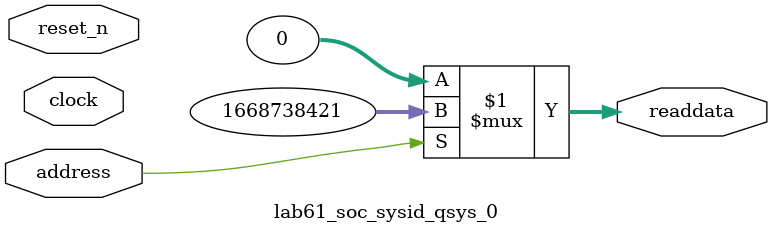
<source format=v>



// synthesis translate_off
`timescale 1ns / 1ps
// synthesis translate_on

// turn off superfluous verilog processor warnings 
// altera message_level Level1 
// altera message_off 10034 10035 10036 10037 10230 10240 10030 

module lab61_soc_sysid_qsys_0 (
               // inputs:
                address,
                clock,
                reset_n,

               // outputs:
                readdata
             )
;

  output  [ 31: 0] readdata;
  input            address;
  input            clock;
  input            reset_n;

  wire    [ 31: 0] readdata;
  //control_slave, which is an e_avalon_slave
  assign readdata = address ? 1668738421 : 0;

endmodule



</source>
